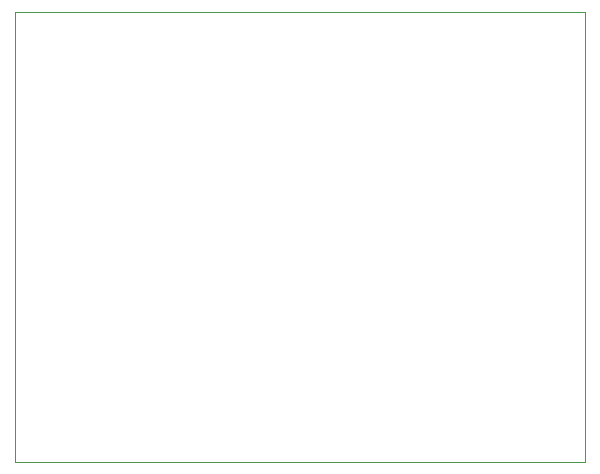
<source format=gbr>
%TF.GenerationSoftware,KiCad,Pcbnew,(6.0.10)*%
%TF.CreationDate,2023-02-17T12:01:16-08:00*%
%TF.ProjectId,lab5exercise2,6c616235-6578-4657-9263-697365322e6b,rev?*%
%TF.SameCoordinates,Original*%
%TF.FileFunction,Profile,NP*%
%FSLAX46Y46*%
G04 Gerber Fmt 4.6, Leading zero omitted, Abs format (unit mm)*
G04 Created by KiCad (PCBNEW (6.0.10)) date 2023-02-17 12:01:16*
%MOMM*%
%LPD*%
G01*
G04 APERTURE LIST*
%TA.AperFunction,Profile*%
%ADD10C,0.100000*%
%TD*%
G04 APERTURE END LIST*
D10*
X170180000Y-111760000D02*
X121920000Y-111760000D01*
X121920000Y-73660000D02*
X170180000Y-73660000D01*
X121920000Y-111760000D02*
X121920000Y-73660000D01*
X170180000Y-73660000D02*
X170180000Y-111760000D01*
M02*

</source>
